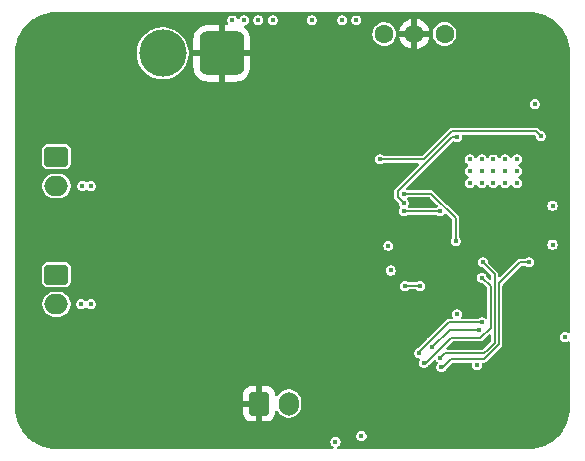
<source format=gbr>
%TF.GenerationSoftware,KiCad,Pcbnew,9.0.6-9.0.6~ubuntu22.04.1*%
%TF.CreationDate,2025-11-05T22:25:10+01:00*%
%TF.ProjectId,FliperKAd,466c6970-6572-44b4-9164-2e6b69636164,rev?*%
%TF.SameCoordinates,Original*%
%TF.FileFunction,Copper,L4,Bot*%
%TF.FilePolarity,Positive*%
%FSLAX46Y46*%
G04 Gerber Fmt 4.6, Leading zero omitted, Abs format (unit mm)*
G04 Created by KiCad (PCBNEW 9.0.6-9.0.6~ubuntu22.04.1) date 2025-11-05 22:25:10*
%MOMM*%
%LPD*%
G01*
G04 APERTURE LIST*
G04 Aperture macros list*
%AMRoundRect*
0 Rectangle with rounded corners*
0 $1 Rounding radius*
0 $2 $3 $4 $5 $6 $7 $8 $9 X,Y pos of 4 corners*
0 Add a 4 corners polygon primitive as box body*
4,1,4,$2,$3,$4,$5,$6,$7,$8,$9,$2,$3,0*
0 Add four circle primitives for the rounded corners*
1,1,$1+$1,$2,$3*
1,1,$1+$1,$4,$5*
1,1,$1+$1,$6,$7*
1,1,$1+$1,$8,$9*
0 Add four rect primitives between the rounded corners*
20,1,$1+$1,$2,$3,$4,$5,0*
20,1,$1+$1,$4,$5,$6,$7,0*
20,1,$1+$1,$6,$7,$8,$9,0*
20,1,$1+$1,$8,$9,$2,$3,0*%
G04 Aperture macros list end*
%TA.AperFunction,ComponentPad*%
%ADD10RoundRect,0.760000X1.140000X1.140000X-1.140000X1.140000X-1.140000X-1.140000X1.140000X-1.140000X0*%
%TD*%
%TA.AperFunction,ComponentPad*%
%ADD11C,4.000000*%
%TD*%
%TA.AperFunction,ComponentPad*%
%ADD12C,0.800000*%
%TD*%
%TA.AperFunction,ComponentPad*%
%ADD13C,6.400000*%
%TD*%
%TA.AperFunction,ComponentPad*%
%ADD14RoundRect,0.250000X-0.750000X0.600000X-0.750000X-0.600000X0.750000X-0.600000X0.750000X0.600000X0*%
%TD*%
%TA.AperFunction,ComponentPad*%
%ADD15O,2.000000X1.700000*%
%TD*%
%TA.AperFunction,ComponentPad*%
%ADD16RoundRect,0.800000X0.000010X0.000010X-0.000010X0.000010X-0.000010X-0.000010X0.000010X-0.000010X0*%
%TD*%
%TA.AperFunction,ComponentPad*%
%ADD17O,1.700000X2.000000*%
%TD*%
%TA.AperFunction,ComponentPad*%
%ADD18RoundRect,0.250000X-0.600000X-0.750000X0.600000X-0.750000X0.600000X0.750000X-0.600000X0.750000X0*%
%TD*%
%TA.AperFunction,ViaPad*%
%ADD19C,0.450000*%
%TD*%
%TA.AperFunction,Conductor*%
%ADD20C,0.200000*%
%TD*%
G04 APERTURE END LIST*
D10*
%TO.P,J2,1,Pin_1*%
%TO.N,GND*%
X34000000Y-20000000D03*
D11*
%TO.P,J2,2,Pin_2*%
%TO.N,+24V*%
X29000000Y-20000000D03*
%TD*%
D12*
%TO.P,H1,1,1*%
%TO.N,GND*%
X17600000Y-20000000D03*
X18302944Y-18302944D03*
X18302944Y-21697056D03*
X20000000Y-17600000D03*
D13*
X20000000Y-20000000D03*
D12*
X20000000Y-22400000D03*
X21697056Y-18302944D03*
X21697056Y-21697056D03*
X22400000Y-20000000D03*
%TD*%
%TO.P,H2,1,1*%
%TO.N,GND*%
X57600000Y-20000000D03*
X58302944Y-18302944D03*
X58302944Y-21697056D03*
X60000000Y-17600000D03*
D13*
X60000000Y-20000000D03*
D12*
X60000000Y-22400000D03*
X61697056Y-18302944D03*
X61697056Y-21697056D03*
X62400000Y-20000000D03*
%TD*%
D14*
%TO.P,J3,1,Pin_1*%
%TO.N,Sortie-Sol\u00E9noideA*%
X20000000Y-28750000D03*
D15*
%TO.P,J3,2,Pin_2*%
%TO.N,+24V*%
X20000000Y-31250000D03*
%TD*%
D12*
%TO.P,H3,1,1*%
%TO.N,GND*%
X57600000Y-50000000D03*
X58302944Y-48302944D03*
X58302944Y-51697056D03*
X60000000Y-47600000D03*
D13*
X60000000Y-50000000D03*
D12*
X60000000Y-52400000D03*
X61697056Y-48302944D03*
X61697056Y-51697056D03*
X62400000Y-50000000D03*
%TD*%
D16*
%TO.P,U3,1,Vin*%
%TO.N,+24V*%
X47755000Y-18380000D03*
%TO.P,U3,2,Gnd*%
%TO.N,GND*%
X50300000Y-18370000D03*
%TO.P,U3,3,Vout*%
%TO.N,/12test*%
X52855000Y-18370000D03*
%TD*%
D12*
%TO.P,H4,1,1*%
%TO.N,GND*%
X17600000Y-50000000D03*
X18302944Y-48302944D03*
X18302944Y-51697056D03*
X20000000Y-47600000D03*
D13*
X20000000Y-50000000D03*
D12*
X20000000Y-52400000D03*
X21697056Y-48302944D03*
X21697056Y-51697056D03*
X22400000Y-50000000D03*
%TD*%
D17*
%TO.P,J1,2,Pin_2*%
%TO.N,Bouton_Actif*%
X39675000Y-49675000D03*
D18*
%TO.P,J1,1,Pin_1*%
%TO.N,GND*%
X37175000Y-49675000D03*
%TD*%
D14*
%TO.P,J4,1,Pin_1*%
%TO.N,Sortie-Sol\u00E9noideB*%
X20000000Y-38750000D03*
D15*
%TO.P,J4,2,Pin_2*%
%TO.N,+24V*%
X20000000Y-41250000D03*
%TD*%
D19*
%TO.N,GND*%
X27300000Y-31800000D03*
X32500000Y-31800000D03*
X29900000Y-32600000D03*
X29900000Y-31000000D03*
X27300000Y-43300000D03*
X32500000Y-43300000D03*
X29900000Y-44100000D03*
X29900000Y-42500000D03*
X45600000Y-51500000D03*
X54700000Y-46600000D03*
%TO.N,+12V*%
X61000000Y-27000000D03*
%TO.N,+24V*%
X58000000Y-30000000D03*
X57000000Y-30000000D03*
X56000000Y-30000000D03*
X55000000Y-30000000D03*
X55000000Y-31000000D03*
X56000000Y-31000000D03*
X57000000Y-31000000D03*
X58000000Y-31000000D03*
X59000000Y-31000000D03*
X59000000Y-30000000D03*
X59000000Y-29000000D03*
X58000000Y-29000000D03*
X57000000Y-29000000D03*
X56000000Y-29000000D03*
X55000000Y-29000000D03*
%TO.N,NRST*%
X56000000Y-39000000D03*
X51122250Y-46200000D03*
%TO.N,USART2_RX*%
X60000000Y-37700000D03*
%TO.N,USART2_TX*%
X52500000Y-45800000D03*
X56100000Y-37700000D03*
%TO.N,USART2_RX*%
X52600000Y-46600000D03*
%TO.N,SYS_SWCLK*%
X56000000Y-42800000D03*
X50725000Y-45400000D03*
%TO.N,SYS_SWDIO*%
X55800000Y-43400000D03*
X51800000Y-44900000D03*
%TO.N,GND*%
X47100000Y-34500000D03*
%TO.N,/Test 3.3*%
X49400000Y-32700000D03*
%TO.N,Net-(U4-FSW)*%
X53800000Y-35900000D03*
X49400000Y-31900000D03*
%TO.N,Net-(U4-FB)*%
X49400000Y-33400000D03*
X52500000Y-33400000D03*
%TO.N,GND*%
X58300000Y-34300000D03*
X55900000Y-34300000D03*
X57100000Y-35500000D03*
X59200000Y-33900000D03*
%TO.N,+24V*%
X60500000Y-24300000D03*
X45400000Y-17225000D03*
X41600000Y-17225000D03*
X44200000Y-17225000D03*
X34900000Y-17225000D03*
X35900000Y-17225000D03*
X37100000Y-17225000D03*
X38300000Y-17225000D03*
%TO.N,GND*%
X46000000Y-20175000D03*
X45000000Y-20175000D03*
X44100000Y-20175000D03*
X36700000Y-20175000D03*
X37700000Y-20175000D03*
X38700000Y-20175000D03*
X41700000Y-20175000D03*
X53225000Y-51600000D03*
%TO.N,Com-SolB*%
X50800000Y-39700000D03*
X49500000Y-39700000D03*
%TO.N,GND*%
X44900000Y-28700000D03*
X44900000Y-41100000D03*
%TO.N,+24V*%
X22200000Y-31250000D03*
X22900000Y-31250000D03*
X22900000Y-41250000D03*
X22100000Y-41250000D03*
%TO.N,GND*%
X47400000Y-53100000D03*
%TO.N,+3.3V*%
X45825000Y-52400000D03*
X43625000Y-52900000D03*
%TO.N,GND*%
X44425000Y-50500000D03*
%TO.N,+3.3V*%
X53925000Y-42100000D03*
X55600000Y-46400000D03*
%TO.N,GND*%
X55200000Y-44800000D03*
%TO.N,+3.3V*%
X62000000Y-36200000D03*
%TO.N,/Test 3.3*%
X62000000Y-32900000D03*
X53900000Y-27100000D03*
%TO.N,+3.3V*%
X63040000Y-44040000D03*
%TO.N,GND*%
X63070000Y-42770000D03*
X63100000Y-41500000D03*
X63100000Y-39000000D03*
%TO.N,+12V*%
X47400000Y-29000000D03*
X48100000Y-36300000D03*
X48300000Y-38400000D03*
%TO.N,GND*%
X55200000Y-38400000D03*
X50900000Y-34100000D03*
X50900000Y-32600000D03*
X49300000Y-29900000D03*
X49200000Y-27100000D03*
%TD*%
D20*
%TO.N,SYS_SWCLK*%
X56000000Y-42800000D02*
X53200000Y-42800000D01*
X53200000Y-42800000D02*
X51601000Y-44399000D01*
X51601000Y-44399000D02*
X51592479Y-44399000D01*
X51592479Y-44399000D02*
X51299000Y-44692479D01*
X51299000Y-44692479D02*
X51299000Y-44701000D01*
X51299000Y-44701000D02*
X50725000Y-45275000D01*
X50725000Y-45275000D02*
X50725000Y-45400000D01*
%TO.N,SYS_SWDIO*%
X53300000Y-43400000D02*
X55800000Y-43400000D01*
X51800000Y-44900000D02*
X53300000Y-43400000D01*
%TO.N,NRST*%
X51122250Y-46200000D02*
X51313748Y-46200000D01*
X51313748Y-46200000D02*
X53413748Y-44100000D01*
X53413748Y-44100000D02*
X55900000Y-44100000D01*
X55900000Y-44100000D02*
X56749000Y-43251000D01*
X56749000Y-43251000D02*
X56749000Y-39749000D01*
X56749000Y-39749000D02*
X56000000Y-39000000D01*
%TO.N,/Test 3.3*%
X48899000Y-31692479D02*
X53491479Y-27100000D01*
%TO.N,+12V*%
X60599000Y-26599000D02*
X61000000Y-27000000D01*
X53496091Y-26599000D02*
X60599000Y-26599000D01*
X51095091Y-29000000D02*
X53496091Y-26599000D01*
X47400000Y-29000000D02*
X51095091Y-29000000D01*
%TO.N,USART2_RX*%
X57451000Y-39500000D02*
X59251000Y-37700000D01*
X56200000Y-45900000D02*
X56900000Y-45200000D01*
X54700000Y-45900000D02*
X56200000Y-45900000D01*
X59251000Y-37700000D02*
X60000000Y-37700000D01*
X56900000Y-45200000D02*
X57451000Y-44649000D01*
X57451000Y-44649000D02*
X57451000Y-39500000D01*
X53700000Y-45900000D02*
X54700000Y-45900000D01*
X52700000Y-46600000D02*
X53400000Y-45900000D01*
X53400000Y-45900000D02*
X53700000Y-45900000D01*
%TO.N,USART2_TX*%
X57100000Y-44500000D02*
X57100000Y-40100000D01*
X56500000Y-45100000D02*
X57100000Y-44500000D01*
X56199000Y-45401000D02*
X56500000Y-45100000D01*
X57100000Y-40100000D02*
X57100000Y-38700000D01*
X52500000Y-45800000D02*
X52899000Y-45401000D01*
X52899000Y-45401000D02*
X56199000Y-45401000D01*
X57100000Y-38700000D02*
X56100000Y-37700000D01*
%TO.N,/Test 3.3*%
X49400000Y-32700000D02*
X48899000Y-32199000D01*
X48899000Y-32199000D02*
X48899000Y-31692479D01*
X53491479Y-27100000D02*
X53900000Y-27100000D01*
%TO.N,Net-(U4-FSW)*%
X53800000Y-33991479D02*
X53800000Y-35900000D01*
X51708521Y-31900000D02*
X53800000Y-33991479D01*
X49400000Y-31900000D02*
X51708521Y-31900000D01*
%TO.N,Net-(U4-FB)*%
X52500000Y-33400000D02*
X49400000Y-33400000D01*
%TO.N,Com-SolB*%
X50800000Y-39700000D02*
X49500000Y-39700000D01*
%TD*%
%TA.AperFunction,Conductor*%
%TO.N,GND*%
G36*
X56718834Y-43808651D02*
G01*
X56774767Y-43850523D01*
X56799184Y-43915987D01*
X56799500Y-43924833D01*
X56799500Y-44324167D01*
X56779815Y-44391206D01*
X56763181Y-44411848D01*
X56110848Y-45064181D01*
X56049525Y-45097666D01*
X56023167Y-45100500D01*
X53137580Y-45100500D01*
X53070541Y-45080815D01*
X53024786Y-45028011D01*
X53014842Y-44958853D01*
X53043867Y-44895297D01*
X53049899Y-44888819D01*
X53250157Y-44688562D01*
X53501900Y-44436819D01*
X53563223Y-44403334D01*
X53589581Y-44400500D01*
X55939560Y-44400500D01*
X55939562Y-44400500D01*
X56015989Y-44380021D01*
X56084511Y-44340460D01*
X56140460Y-44284511D01*
X56587819Y-43837152D01*
X56649142Y-43803667D01*
X56718834Y-43808651D01*
G37*
%TD.AperFunction*%
%TA.AperFunction,Conductor*%
G36*
X51599727Y-32220185D02*
G01*
X51620369Y-32236819D01*
X52254369Y-32870819D01*
X52260582Y-32882198D01*
X52270452Y-32890610D01*
X52277006Y-32912277D01*
X52287854Y-32932142D01*
X52286929Y-32945074D01*
X52290684Y-32957486D01*
X52284484Y-32979255D01*
X52282870Y-33001834D01*
X52275038Y-33012428D01*
X52271548Y-33024684D01*
X52248654Y-33051546D01*
X52241263Y-33058056D01*
X52238737Y-33059515D01*
X52232295Y-33065956D01*
X52229356Y-33068546D01*
X52201106Y-33081727D01*
X52173748Y-33096666D01*
X52169708Y-33096377D01*
X52166040Y-33098089D01*
X52147390Y-33099500D01*
X49875448Y-33099500D01*
X49808409Y-33079815D01*
X49762654Y-33027011D01*
X49752710Y-32957853D01*
X49768061Y-32913500D01*
X49768767Y-32912277D01*
X49796503Y-32864237D01*
X49825500Y-32756018D01*
X49825500Y-32643982D01*
X49796503Y-32535763D01*
X49740485Y-32438737D01*
X49713929Y-32412181D01*
X49680444Y-32350858D01*
X49685428Y-32281166D01*
X49727300Y-32225233D01*
X49792764Y-32200816D01*
X49801610Y-32200500D01*
X51532688Y-32200500D01*
X51599727Y-32220185D01*
G37*
%TD.AperFunction*%
%TA.AperFunction,Conductor*%
G36*
X60003032Y-16500648D02*
G01*
X60336929Y-16517052D01*
X60349037Y-16518245D01*
X60452146Y-16533539D01*
X60676699Y-16566849D01*
X60688617Y-16569219D01*
X61009951Y-16649709D01*
X61021588Y-16653240D01*
X61092806Y-16678722D01*
X61333467Y-16764832D01*
X61344688Y-16769479D01*
X61644163Y-16911120D01*
X61654871Y-16916844D01*
X61938988Y-17087137D01*
X61949103Y-17093895D01*
X62169913Y-17257659D01*
X62215170Y-17291224D01*
X62224576Y-17298944D01*
X62470013Y-17521395D01*
X62478604Y-17529986D01*
X62604499Y-17668890D01*
X62701055Y-17775423D01*
X62708775Y-17784829D01*
X62906102Y-18050893D01*
X62912862Y-18061011D01*
X63081294Y-18342024D01*
X63083148Y-18345116D01*
X63088883Y-18355844D01*
X63228008Y-18650000D01*
X63230514Y-18655297D01*
X63235170Y-18666540D01*
X63346759Y-18978411D01*
X63350292Y-18990055D01*
X63430777Y-19311369D01*
X63433151Y-19323305D01*
X63481754Y-19650962D01*
X63482947Y-19663071D01*
X63499351Y-19996966D01*
X63499500Y-20003051D01*
X63499500Y-43600180D01*
X63479815Y-43667219D01*
X63427011Y-43712974D01*
X63357853Y-43722918D01*
X63309012Y-43702348D01*
X63308302Y-43703579D01*
X63204239Y-43643498D01*
X63204238Y-43643497D01*
X63204237Y-43643497D01*
X63096018Y-43614500D01*
X62983982Y-43614500D01*
X62875763Y-43643497D01*
X62875760Y-43643498D01*
X62778740Y-43699513D01*
X62778734Y-43699517D01*
X62699517Y-43778734D01*
X62699513Y-43778740D01*
X62643498Y-43875760D01*
X62643497Y-43875763D01*
X62614500Y-43983982D01*
X62614500Y-44096018D01*
X62643497Y-44204237D01*
X62699515Y-44301263D01*
X62778737Y-44380485D01*
X62875763Y-44436503D01*
X62983982Y-44465500D01*
X62983984Y-44465500D01*
X63096016Y-44465500D01*
X63096018Y-44465500D01*
X63204237Y-44436503D01*
X63301263Y-44380485D01*
X63301263Y-44380484D01*
X63308302Y-44376421D01*
X63309160Y-44377908D01*
X63365176Y-44356250D01*
X63433622Y-44370284D01*
X63483614Y-44419096D01*
X63499500Y-44479819D01*
X63499500Y-49996948D01*
X63499351Y-50003033D01*
X63482947Y-50336928D01*
X63481754Y-50349037D01*
X63433151Y-50676694D01*
X63430777Y-50688630D01*
X63350292Y-51009944D01*
X63346759Y-51021588D01*
X63235170Y-51333459D01*
X63230514Y-51344702D01*
X63088885Y-51644151D01*
X63083148Y-51654883D01*
X62912862Y-51938988D01*
X62906102Y-51949106D01*
X62708775Y-52215170D01*
X62701055Y-52224576D01*
X62478611Y-52470006D01*
X62470006Y-52478611D01*
X62224576Y-52701055D01*
X62215170Y-52708775D01*
X61949106Y-52906102D01*
X61938988Y-52912862D01*
X61654883Y-53083148D01*
X61644151Y-53088885D01*
X61344702Y-53230514D01*
X61333459Y-53235170D01*
X61021588Y-53346759D01*
X61009944Y-53350292D01*
X60688630Y-53430777D01*
X60676694Y-53433151D01*
X60349037Y-53481754D01*
X60336928Y-53482947D01*
X60021989Y-53498419D01*
X60003031Y-53499351D01*
X59996949Y-53499500D01*
X43900410Y-53499500D01*
X43833371Y-53479815D01*
X43787616Y-53427011D01*
X43777672Y-53357853D01*
X43806697Y-53294297D01*
X43838410Y-53268113D01*
X43840212Y-53267072D01*
X43886263Y-53240485D01*
X43965485Y-53161263D01*
X44021503Y-53064237D01*
X44050500Y-52956018D01*
X44050500Y-52843982D01*
X44021503Y-52735763D01*
X43965485Y-52638737D01*
X43886263Y-52559515D01*
X43789237Y-52503497D01*
X43681018Y-52474500D01*
X43568982Y-52474500D01*
X43460763Y-52503497D01*
X43460760Y-52503498D01*
X43363740Y-52559513D01*
X43363734Y-52559517D01*
X43284517Y-52638734D01*
X43284513Y-52638740D01*
X43228498Y-52735760D01*
X43228497Y-52735763D01*
X43199500Y-52843982D01*
X43199500Y-52956018D01*
X43222912Y-53043391D01*
X43228497Y-53064236D01*
X43228498Y-53064239D01*
X43247169Y-53096579D01*
X43284515Y-53161263D01*
X43363737Y-53240485D01*
X43408458Y-53266304D01*
X43411590Y-53268113D01*
X43459806Y-53318680D01*
X43473029Y-53387287D01*
X43447060Y-53452152D01*
X43390146Y-53492680D01*
X43349590Y-53499500D01*
X20003051Y-53499500D01*
X19996968Y-53499351D01*
X19976900Y-53498365D01*
X19663071Y-53482947D01*
X19650962Y-53481754D01*
X19323305Y-53433151D01*
X19311369Y-53430777D01*
X18990055Y-53350292D01*
X18978411Y-53346759D01*
X18666540Y-53235170D01*
X18655301Y-53230515D01*
X18355844Y-53088883D01*
X18345121Y-53083150D01*
X18061011Y-52912862D01*
X18050893Y-52906102D01*
X17784829Y-52708775D01*
X17775423Y-52701055D01*
X17706669Y-52638740D01*
X17529986Y-52478604D01*
X17521395Y-52470013D01*
X17407167Y-52343982D01*
X45399500Y-52343982D01*
X45399500Y-52456018D01*
X45428497Y-52564237D01*
X45484515Y-52661263D01*
X45563737Y-52740485D01*
X45660763Y-52796503D01*
X45768982Y-52825500D01*
X45768984Y-52825500D01*
X45881016Y-52825500D01*
X45881018Y-52825500D01*
X45989237Y-52796503D01*
X46086263Y-52740485D01*
X46165485Y-52661263D01*
X46221503Y-52564237D01*
X46250500Y-52456018D01*
X46250500Y-52343982D01*
X46221503Y-52235763D01*
X46165485Y-52138737D01*
X46086263Y-52059515D01*
X45989237Y-52003497D01*
X45881018Y-51974500D01*
X45768982Y-51974500D01*
X45660763Y-52003497D01*
X45660760Y-52003498D01*
X45563740Y-52059513D01*
X45563734Y-52059517D01*
X45484517Y-52138734D01*
X45484513Y-52138740D01*
X45428498Y-52235760D01*
X45428497Y-52235763D01*
X45399500Y-52343982D01*
X17407167Y-52343982D01*
X17298944Y-52224576D01*
X17291224Y-52215170D01*
X17093897Y-51949106D01*
X17087137Y-51938988D01*
X16916844Y-51654871D01*
X16911120Y-51644163D01*
X16769479Y-51344688D01*
X16764829Y-51333459D01*
X16653240Y-51021588D01*
X16649707Y-51009944D01*
X16640958Y-50975015D01*
X16569219Y-50688617D01*
X16566848Y-50676694D01*
X16518245Y-50349037D01*
X16517052Y-50336927D01*
X16517030Y-50336488D01*
X16500649Y-50003032D01*
X16500500Y-49996948D01*
X16500500Y-48875013D01*
X35825000Y-48875013D01*
X35825000Y-49425000D01*
X36741988Y-49425000D01*
X36709075Y-49482007D01*
X36675000Y-49609174D01*
X36675000Y-49740826D01*
X36709075Y-49867993D01*
X36741988Y-49925000D01*
X35825001Y-49925000D01*
X35825001Y-50474986D01*
X35835494Y-50577697D01*
X35890641Y-50744119D01*
X35890643Y-50744124D01*
X35982684Y-50893345D01*
X36106654Y-51017315D01*
X36255875Y-51109356D01*
X36255880Y-51109358D01*
X36422302Y-51164505D01*
X36422309Y-51164506D01*
X36525019Y-51174999D01*
X36924999Y-51174999D01*
X36925000Y-51174998D01*
X36925000Y-50108012D01*
X36982007Y-50140925D01*
X37109174Y-50175000D01*
X37240826Y-50175000D01*
X37367993Y-50140925D01*
X37425000Y-50108012D01*
X37425000Y-51174999D01*
X37824972Y-51174999D01*
X37824986Y-51174998D01*
X37927697Y-51164505D01*
X38094119Y-51109358D01*
X38094124Y-51109356D01*
X38243345Y-51017315D01*
X38367315Y-50893345D01*
X38459356Y-50744124D01*
X38459358Y-50744119D01*
X38514505Y-50577697D01*
X38514506Y-50577690D01*
X38524999Y-50474986D01*
X38524999Y-50403528D01*
X38544683Y-50336488D01*
X38597486Y-50290732D01*
X38666644Y-50280788D01*
X38730200Y-50309812D01*
X38752101Y-50334635D01*
X38859022Y-50494655D01*
X39005342Y-50640975D01*
X39005345Y-50640977D01*
X39177402Y-50755941D01*
X39368580Y-50835130D01*
X39571530Y-50875499D01*
X39571534Y-50875500D01*
X39571535Y-50875500D01*
X39778466Y-50875500D01*
X39778467Y-50875499D01*
X39981420Y-50835130D01*
X40172598Y-50755941D01*
X40344655Y-50640977D01*
X40490977Y-50494655D01*
X40605941Y-50322598D01*
X40685130Y-50131420D01*
X40725500Y-49928465D01*
X40725500Y-49421535D01*
X40685130Y-49218580D01*
X40605941Y-49027402D01*
X40490977Y-48855345D01*
X40490975Y-48855342D01*
X40344657Y-48709024D01*
X40258626Y-48651541D01*
X40172598Y-48594059D01*
X39981420Y-48514870D01*
X39981412Y-48514868D01*
X39778469Y-48474500D01*
X39778465Y-48474500D01*
X39571535Y-48474500D01*
X39571530Y-48474500D01*
X39368587Y-48514868D01*
X39368579Y-48514870D01*
X39177403Y-48594058D01*
X39005342Y-48709024D01*
X38859024Y-48855342D01*
X38752102Y-49015365D01*
X38698489Y-49060171D01*
X38629165Y-49068878D01*
X38566137Y-49038724D01*
X38529417Y-48979281D01*
X38524999Y-48946475D01*
X38524999Y-48875028D01*
X38524998Y-48875012D01*
X38514505Y-48772302D01*
X38459358Y-48605880D01*
X38459356Y-48605875D01*
X38367315Y-48456654D01*
X38243345Y-48332684D01*
X38094124Y-48240643D01*
X38094119Y-48240641D01*
X37927697Y-48185494D01*
X37927690Y-48185493D01*
X37824986Y-48175000D01*
X37425000Y-48175000D01*
X37425000Y-49241988D01*
X37367993Y-49209075D01*
X37240826Y-49175000D01*
X37109174Y-49175000D01*
X36982007Y-49209075D01*
X36925000Y-49241988D01*
X36925000Y-48175000D01*
X36525028Y-48175000D01*
X36525012Y-48175001D01*
X36422302Y-48185494D01*
X36255880Y-48240641D01*
X36255875Y-48240643D01*
X36106654Y-48332684D01*
X35982684Y-48456654D01*
X35890643Y-48605875D01*
X35890641Y-48605880D01*
X35835494Y-48772302D01*
X35835493Y-48772309D01*
X35825000Y-48875013D01*
X16500500Y-48875013D01*
X16500500Y-45343982D01*
X50299500Y-45343982D01*
X50299500Y-45456018D01*
X50328497Y-45564237D01*
X50384515Y-45661263D01*
X50463737Y-45740485D01*
X50560763Y-45796503D01*
X50667181Y-45825017D01*
X50726839Y-45861381D01*
X50757369Y-45924227D01*
X50749075Y-45993603D01*
X50742474Y-46006789D01*
X50725749Y-46035758D01*
X50725747Y-46035763D01*
X50696750Y-46143982D01*
X50696750Y-46256018D01*
X50725747Y-46364237D01*
X50781765Y-46461263D01*
X50860987Y-46540485D01*
X50958013Y-46596503D01*
X51066232Y-46625500D01*
X51066234Y-46625500D01*
X51178266Y-46625500D01*
X51178268Y-46625500D01*
X51286487Y-46596503D01*
X51383513Y-46540485D01*
X51451891Y-46472106D01*
X51477563Y-46452408D01*
X51498259Y-46440460D01*
X51554208Y-46384511D01*
X51942007Y-45996710D01*
X52003328Y-45963227D01*
X52073019Y-45968211D01*
X52122024Y-46001630D01*
X52130628Y-46011229D01*
X52159515Y-46061263D01*
X52238737Y-46140485D01*
X52254782Y-46149748D01*
X52267985Y-46164479D01*
X52274852Y-46178872D01*
X52285858Y-46190413D01*
X52289587Y-46209757D01*
X52298072Y-46227540D01*
X52296067Y-46243362D01*
X52299086Y-46259019D01*
X52291765Y-46277309D01*
X52289289Y-46296855D01*
X52279049Y-46309079D01*
X52273124Y-46323886D01*
X52263333Y-46334919D01*
X52259516Y-46338735D01*
X52259513Y-46338740D01*
X52203498Y-46435760D01*
X52203497Y-46435763D01*
X52174500Y-46543982D01*
X52174500Y-46656018D01*
X52203497Y-46764237D01*
X52259515Y-46861263D01*
X52338737Y-46940485D01*
X52435763Y-46996503D01*
X52543982Y-47025500D01*
X52543984Y-47025500D01*
X52656016Y-47025500D01*
X52656018Y-47025500D01*
X52764237Y-46996503D01*
X52861263Y-46940485D01*
X52940485Y-46861263D01*
X52996503Y-46764237D01*
X53000995Y-46747470D01*
X53033088Y-46691881D01*
X53488152Y-46236819D01*
X53549475Y-46203334D01*
X53575833Y-46200500D01*
X53660438Y-46200500D01*
X54660438Y-46200500D01*
X55051995Y-46200500D01*
X55119034Y-46220185D01*
X55164789Y-46272989D01*
X55174210Y-46335855D01*
X55174500Y-46335855D01*
X55174500Y-46337789D01*
X55174934Y-46340686D01*
X55174500Y-46343982D01*
X55174500Y-46456018D01*
X55203497Y-46564237D01*
X55259515Y-46661263D01*
X55338737Y-46740485D01*
X55435763Y-46796503D01*
X55543982Y-46825500D01*
X55543984Y-46825500D01*
X55656016Y-46825500D01*
X55656018Y-46825500D01*
X55764237Y-46796503D01*
X55861263Y-46740485D01*
X55940485Y-46661263D01*
X55996503Y-46564237D01*
X56025500Y-46456018D01*
X56025500Y-46343982D01*
X56025066Y-46340686D01*
X56025500Y-46337902D01*
X56025500Y-46335855D01*
X56025819Y-46335855D01*
X56035831Y-46271651D01*
X56082211Y-46219395D01*
X56148005Y-46200500D01*
X56239560Y-46200500D01*
X56239562Y-46200500D01*
X56315989Y-46180021D01*
X56384511Y-46140460D01*
X56440460Y-46084511D01*
X57140460Y-45384511D01*
X57691460Y-44833511D01*
X57731022Y-44764988D01*
X57751500Y-44688562D01*
X57751500Y-44609438D01*
X57751500Y-39675833D01*
X57771185Y-39608794D01*
X57787819Y-39588152D01*
X59339152Y-38036819D01*
X59366079Y-38022115D01*
X59391898Y-38005523D01*
X59398098Y-38004631D01*
X59400475Y-38003334D01*
X59426833Y-38000500D01*
X59647390Y-38000500D01*
X59714429Y-38020185D01*
X59735071Y-38036819D01*
X59738737Y-38040485D01*
X59835763Y-38096503D01*
X59943982Y-38125500D01*
X59943984Y-38125500D01*
X60056016Y-38125500D01*
X60056018Y-38125500D01*
X60164237Y-38096503D01*
X60261263Y-38040485D01*
X60340485Y-37961263D01*
X60396503Y-37864237D01*
X60425500Y-37756018D01*
X60425500Y-37643982D01*
X60396503Y-37535763D01*
X60340485Y-37438737D01*
X60261263Y-37359515D01*
X60164237Y-37303497D01*
X60056018Y-37274500D01*
X59943982Y-37274500D01*
X59835763Y-37303497D01*
X59835760Y-37303498D01*
X59738740Y-37359513D01*
X59738734Y-37359517D01*
X59735071Y-37363181D01*
X59673748Y-37396666D01*
X59647390Y-37399500D01*
X59211438Y-37399500D01*
X59160486Y-37413152D01*
X59135010Y-37419979D01*
X59075934Y-37454087D01*
X59075933Y-37454086D01*
X59066492Y-37459537D01*
X59066487Y-37459541D01*
X57612181Y-38913848D01*
X57550858Y-38947333D01*
X57481166Y-38942349D01*
X57425233Y-38900477D01*
X57400816Y-38835013D01*
X57400500Y-38826167D01*
X57400500Y-38660440D01*
X57400499Y-38660436D01*
X57400252Y-38659515D01*
X57391485Y-38626793D01*
X57380022Y-38584012D01*
X57340460Y-38515489D01*
X56561819Y-37736848D01*
X56528334Y-37675525D01*
X56525500Y-37649167D01*
X56525500Y-37643984D01*
X56525500Y-37643982D01*
X56496503Y-37535763D01*
X56440485Y-37438737D01*
X56361263Y-37359515D01*
X56264237Y-37303497D01*
X56156018Y-37274500D01*
X56043982Y-37274500D01*
X55935763Y-37303497D01*
X55935760Y-37303498D01*
X55838740Y-37359513D01*
X55838734Y-37359517D01*
X55759517Y-37438734D01*
X55759513Y-37438740D01*
X55703498Y-37535760D01*
X55703497Y-37535763D01*
X55674500Y-37643982D01*
X55674500Y-37756018D01*
X55703497Y-37864237D01*
X55759515Y-37961263D01*
X55838737Y-38040485D01*
X55935763Y-38096503D01*
X56043982Y-38125500D01*
X56049167Y-38125500D01*
X56116206Y-38145185D01*
X56136848Y-38161819D01*
X56763181Y-38788152D01*
X56796666Y-38849475D01*
X56799500Y-38875833D01*
X56799500Y-39075167D01*
X56793261Y-39096412D01*
X56791682Y-39118501D01*
X56783609Y-39129284D01*
X56779815Y-39142206D01*
X56763081Y-39156705D01*
X56749810Y-39174434D01*
X56737189Y-39179141D01*
X56727011Y-39187961D01*
X56705093Y-39191112D01*
X56684346Y-39198851D01*
X56671185Y-39195988D01*
X56657853Y-39197905D01*
X56637709Y-39188705D01*
X56616073Y-39183999D01*
X56598347Y-39170730D01*
X56594297Y-39168880D01*
X56587819Y-39162848D01*
X56461819Y-39036848D01*
X56428334Y-38975525D01*
X56425500Y-38949167D01*
X56425500Y-38943984D01*
X56425500Y-38943982D01*
X56396503Y-38835763D01*
X56340485Y-38738737D01*
X56261263Y-38659515D01*
X56164237Y-38603497D01*
X56056018Y-38574500D01*
X55943982Y-38574500D01*
X55835763Y-38603497D01*
X55835760Y-38603498D01*
X55738740Y-38659513D01*
X55738734Y-38659517D01*
X55659517Y-38738734D01*
X55659513Y-38738740D01*
X55603498Y-38835760D01*
X55603497Y-38835763D01*
X55574500Y-38943982D01*
X55574500Y-39056018D01*
X55603497Y-39164237D01*
X55659515Y-39261263D01*
X55738737Y-39340485D01*
X55835763Y-39396503D01*
X55943982Y-39425500D01*
X55949167Y-39425500D01*
X56016206Y-39445185D01*
X56036848Y-39461819D01*
X56412181Y-39837152D01*
X56445666Y-39898475D01*
X56448500Y-39924833D01*
X56448500Y-42352842D01*
X56428815Y-42419881D01*
X56376011Y-42465636D01*
X56306853Y-42475580D01*
X56262500Y-42460229D01*
X56164239Y-42403498D01*
X56164238Y-42403497D01*
X56164237Y-42403497D01*
X56056018Y-42374500D01*
X55943982Y-42374500D01*
X55835763Y-42403497D01*
X55835760Y-42403498D01*
X55738740Y-42459513D01*
X55738734Y-42459517D01*
X55735071Y-42463181D01*
X55673748Y-42496666D01*
X55647390Y-42499500D01*
X54400448Y-42499500D01*
X54333409Y-42479815D01*
X54287654Y-42427011D01*
X54277710Y-42357853D01*
X54293061Y-42313500D01*
X54293485Y-42312765D01*
X54321503Y-42264237D01*
X54350500Y-42156018D01*
X54350500Y-42043982D01*
X54321503Y-41935763D01*
X54265485Y-41838737D01*
X54186263Y-41759515D01*
X54089237Y-41703497D01*
X53981018Y-41674500D01*
X53868982Y-41674500D01*
X53760763Y-41703497D01*
X53760760Y-41703498D01*
X53663740Y-41759513D01*
X53663734Y-41759517D01*
X53584517Y-41838734D01*
X53584513Y-41838740D01*
X53528498Y-41935760D01*
X53528497Y-41935763D01*
X53499500Y-42043982D01*
X53499500Y-42156018D01*
X53527397Y-42260129D01*
X53528497Y-42264236D01*
X53528498Y-42264239D01*
X53556939Y-42313500D01*
X53573412Y-42381400D01*
X53550559Y-42447427D01*
X53495638Y-42490618D01*
X53449552Y-42499500D01*
X53160438Y-42499500D01*
X53109486Y-42513152D01*
X53084010Y-42519979D01*
X53024934Y-42554087D01*
X53024933Y-42554086D01*
X53015492Y-42559537D01*
X53015487Y-42559541D01*
X51439670Y-44135357D01*
X51413997Y-44155059D01*
X51407964Y-44158542D01*
X51116730Y-44449777D01*
X51116720Y-44449787D01*
X51114489Y-44452019D01*
X51058540Y-44507968D01*
X51048505Y-44525346D01*
X51039716Y-44535083D01*
X51038129Y-44536057D01*
X51035357Y-44539670D01*
X50596585Y-44978442D01*
X50567069Y-44998167D01*
X50567801Y-44999434D01*
X50560764Y-45003496D01*
X50560763Y-45003497D01*
X50518304Y-45028011D01*
X50463740Y-45059513D01*
X50463734Y-45059517D01*
X50384517Y-45138734D01*
X50384513Y-45138740D01*
X50328498Y-45235760D01*
X50328497Y-45235763D01*
X50299500Y-45343982D01*
X16500500Y-45343982D01*
X16500500Y-41146530D01*
X18799500Y-41146530D01*
X18799500Y-41353469D01*
X18830888Y-41511265D01*
X18839870Y-41556420D01*
X18919059Y-41747598D01*
X18927022Y-41759515D01*
X19034024Y-41919657D01*
X19180342Y-42065975D01*
X19180345Y-42065977D01*
X19352402Y-42180941D01*
X19543580Y-42260130D01*
X19746530Y-42300499D01*
X19746534Y-42300500D01*
X19746535Y-42300500D01*
X20253466Y-42300500D01*
X20253467Y-42300499D01*
X20456420Y-42260130D01*
X20647598Y-42180941D01*
X20819655Y-42065977D01*
X20965977Y-41919655D01*
X21080941Y-41747598D01*
X21160130Y-41556420D01*
X21200500Y-41353465D01*
X21200500Y-41193982D01*
X21674500Y-41193982D01*
X21674500Y-41306018D01*
X21703497Y-41414237D01*
X21759515Y-41511263D01*
X21838737Y-41590485D01*
X21935763Y-41646503D01*
X22043982Y-41675500D01*
X22043984Y-41675500D01*
X22156016Y-41675500D01*
X22156018Y-41675500D01*
X22264237Y-41646503D01*
X22361263Y-41590485D01*
X22412319Y-41539429D01*
X22473642Y-41505944D01*
X22543334Y-41510928D01*
X22587681Y-41539429D01*
X22638737Y-41590485D01*
X22735763Y-41646503D01*
X22843982Y-41675500D01*
X22843984Y-41675500D01*
X22956016Y-41675500D01*
X22956018Y-41675500D01*
X23064237Y-41646503D01*
X23161263Y-41590485D01*
X23240485Y-41511263D01*
X23296503Y-41414237D01*
X23325500Y-41306018D01*
X23325500Y-41193982D01*
X23296503Y-41085763D01*
X23240485Y-40988737D01*
X23161263Y-40909515D01*
X23064237Y-40853497D01*
X22956018Y-40824500D01*
X22843982Y-40824500D01*
X22735763Y-40853497D01*
X22735760Y-40853498D01*
X22638740Y-40909513D01*
X22638734Y-40909517D01*
X22587681Y-40960571D01*
X22526358Y-40994056D01*
X22456666Y-40989072D01*
X22412319Y-40960571D01*
X22361265Y-40909517D01*
X22361263Y-40909515D01*
X22264237Y-40853497D01*
X22156018Y-40824500D01*
X22043982Y-40824500D01*
X21935763Y-40853497D01*
X21935760Y-40853498D01*
X21838740Y-40909513D01*
X21838734Y-40909517D01*
X21759517Y-40988734D01*
X21759513Y-40988740D01*
X21703498Y-41085760D01*
X21703497Y-41085763D01*
X21674500Y-41193982D01*
X21200500Y-41193982D01*
X21200500Y-41146535D01*
X21160130Y-40943580D01*
X21080941Y-40752402D01*
X20965977Y-40580345D01*
X20965975Y-40580342D01*
X20819657Y-40434024D01*
X20733626Y-40376541D01*
X20647598Y-40319059D01*
X20456420Y-40239870D01*
X20456412Y-40239868D01*
X20253469Y-40199500D01*
X20253465Y-40199500D01*
X19746535Y-40199500D01*
X19746530Y-40199500D01*
X19543587Y-40239868D01*
X19543579Y-40239870D01*
X19352403Y-40319058D01*
X19180342Y-40434024D01*
X19034024Y-40580342D01*
X18919058Y-40752403D01*
X18839870Y-40943579D01*
X18839868Y-40943587D01*
X18799500Y-41146530D01*
X16500500Y-41146530D01*
X16500500Y-38095730D01*
X18799500Y-38095730D01*
X18799500Y-39404269D01*
X18802353Y-39434699D01*
X18802353Y-39434701D01*
X18847206Y-39562880D01*
X18847207Y-39562882D01*
X18927850Y-39672150D01*
X19037118Y-39752793D01*
X19046332Y-39756017D01*
X19165299Y-39797646D01*
X19195730Y-39800500D01*
X19195734Y-39800500D01*
X20804270Y-39800500D01*
X20834699Y-39797646D01*
X20834701Y-39797646D01*
X20898790Y-39775219D01*
X20962882Y-39752793D01*
X21072150Y-39672150D01*
X21092939Y-39643982D01*
X49074500Y-39643982D01*
X49074500Y-39756018D01*
X49103497Y-39864237D01*
X49159515Y-39961263D01*
X49238737Y-40040485D01*
X49335763Y-40096503D01*
X49443982Y-40125500D01*
X49443984Y-40125500D01*
X49556016Y-40125500D01*
X49556018Y-40125500D01*
X49664237Y-40096503D01*
X49761263Y-40040485D01*
X49764929Y-40036819D01*
X49826252Y-40003334D01*
X49852610Y-40000500D01*
X50447390Y-40000500D01*
X50514429Y-40020185D01*
X50535071Y-40036819D01*
X50538737Y-40040485D01*
X50635763Y-40096503D01*
X50743982Y-40125500D01*
X50743984Y-40125500D01*
X50856016Y-40125500D01*
X50856018Y-40125500D01*
X50964237Y-40096503D01*
X51061263Y-40040485D01*
X51140485Y-39961263D01*
X51196503Y-39864237D01*
X51225500Y-39756018D01*
X51225500Y-39643982D01*
X51196503Y-39535763D01*
X51140485Y-39438737D01*
X51061263Y-39359515D01*
X50964237Y-39303497D01*
X50856018Y-39274500D01*
X50743982Y-39274500D01*
X50635763Y-39303497D01*
X50635760Y-39303498D01*
X50538740Y-39359513D01*
X50538734Y-39359517D01*
X50535071Y-39363181D01*
X50473748Y-39396666D01*
X50447390Y-39399500D01*
X49852610Y-39399500D01*
X49785571Y-39379815D01*
X49764929Y-39363181D01*
X49761265Y-39359517D01*
X49761263Y-39359515D01*
X49664237Y-39303497D01*
X49556018Y-39274500D01*
X49443982Y-39274500D01*
X49335763Y-39303497D01*
X49335760Y-39303498D01*
X49238740Y-39359513D01*
X49238734Y-39359517D01*
X49159517Y-39438734D01*
X49159513Y-39438740D01*
X49103498Y-39535760D01*
X49103497Y-39535763D01*
X49074500Y-39643982D01*
X21092939Y-39643982D01*
X21152793Y-39562882D01*
X21175219Y-39498790D01*
X21197646Y-39434701D01*
X21197646Y-39434699D01*
X21200500Y-39404269D01*
X21200500Y-38343982D01*
X47874500Y-38343982D01*
X47874500Y-38456018D01*
X47903497Y-38564237D01*
X47959515Y-38661263D01*
X48038737Y-38740485D01*
X48135763Y-38796503D01*
X48243982Y-38825500D01*
X48243984Y-38825500D01*
X48356016Y-38825500D01*
X48356018Y-38825500D01*
X48464237Y-38796503D01*
X48561263Y-38740485D01*
X48640485Y-38661263D01*
X48696503Y-38564237D01*
X48725500Y-38456018D01*
X48725500Y-38343982D01*
X48696503Y-38235763D01*
X48640485Y-38138737D01*
X48561263Y-38059515D01*
X48464237Y-38003497D01*
X48356018Y-37974500D01*
X48243982Y-37974500D01*
X48135763Y-38003497D01*
X48135760Y-38003498D01*
X48038740Y-38059513D01*
X48038734Y-38059517D01*
X47959517Y-38138734D01*
X47959513Y-38138740D01*
X47903498Y-38235760D01*
X47903497Y-38235763D01*
X47874500Y-38343982D01*
X21200500Y-38343982D01*
X21200500Y-38095730D01*
X21197646Y-38065300D01*
X21197646Y-38065298D01*
X21152793Y-37937119D01*
X21152792Y-37937117D01*
X21072150Y-37827850D01*
X20962882Y-37747207D01*
X20962880Y-37747206D01*
X20834700Y-37702353D01*
X20804270Y-37699500D01*
X20804266Y-37699500D01*
X19195734Y-37699500D01*
X19195730Y-37699500D01*
X19165300Y-37702353D01*
X19165298Y-37702353D01*
X19037119Y-37747206D01*
X19037117Y-37747207D01*
X18927850Y-37827850D01*
X18847207Y-37937117D01*
X18847206Y-37937119D01*
X18802353Y-38065298D01*
X18802353Y-38065300D01*
X18799500Y-38095730D01*
X16500500Y-38095730D01*
X16500500Y-36243982D01*
X47674500Y-36243982D01*
X47674500Y-36356018D01*
X47703497Y-36464237D01*
X47759515Y-36561263D01*
X47838737Y-36640485D01*
X47935763Y-36696503D01*
X48043982Y-36725500D01*
X48043984Y-36725500D01*
X48156016Y-36725500D01*
X48156018Y-36725500D01*
X48264237Y-36696503D01*
X48361263Y-36640485D01*
X48440485Y-36561263D01*
X48496503Y-36464237D01*
X48525500Y-36356018D01*
X48525500Y-36243982D01*
X48496503Y-36135763D01*
X48440485Y-36038737D01*
X48361263Y-35959515D01*
X48264237Y-35903497D01*
X48156018Y-35874500D01*
X48043982Y-35874500D01*
X47935763Y-35903497D01*
X47935760Y-35903498D01*
X47838740Y-35959513D01*
X47838734Y-35959517D01*
X47759517Y-36038734D01*
X47759513Y-36038740D01*
X47703498Y-36135760D01*
X47703497Y-36135763D01*
X47674500Y-36243982D01*
X16500500Y-36243982D01*
X16500500Y-31146530D01*
X18799500Y-31146530D01*
X18799500Y-31353469D01*
X18839868Y-31556412D01*
X18839870Y-31556420D01*
X18919058Y-31747596D01*
X19034024Y-31919657D01*
X19180342Y-32065975D01*
X19180345Y-32065977D01*
X19352402Y-32180941D01*
X19543580Y-32260130D01*
X19726441Y-32296503D01*
X19746530Y-32300499D01*
X19746534Y-32300500D01*
X19746535Y-32300500D01*
X20253466Y-32300500D01*
X20253467Y-32300499D01*
X20456420Y-32260130D01*
X20647598Y-32180941D01*
X20819655Y-32065977D01*
X20965977Y-31919655D01*
X21080941Y-31747598D01*
X21160130Y-31556420D01*
X21200500Y-31353465D01*
X21200500Y-31193982D01*
X21774500Y-31193982D01*
X21774500Y-31306018D01*
X21803497Y-31414237D01*
X21859515Y-31511263D01*
X21938737Y-31590485D01*
X22035763Y-31646503D01*
X22143982Y-31675500D01*
X22143984Y-31675500D01*
X22256016Y-31675500D01*
X22256018Y-31675500D01*
X22364237Y-31646503D01*
X22461263Y-31590485D01*
X22462319Y-31589429D01*
X22463426Y-31588824D01*
X22467709Y-31585538D01*
X22468221Y-31586205D01*
X22523642Y-31555944D01*
X22593334Y-31560928D01*
X22632071Y-31585823D01*
X22632291Y-31585538D01*
X22635715Y-31588165D01*
X22637681Y-31589429D01*
X22638737Y-31590485D01*
X22735763Y-31646503D01*
X22843982Y-31675500D01*
X22843984Y-31675500D01*
X22956016Y-31675500D01*
X22956018Y-31675500D01*
X23064237Y-31646503D01*
X23161263Y-31590485D01*
X23240485Y-31511263D01*
X23296503Y-31414237D01*
X23325500Y-31306018D01*
X23325500Y-31193982D01*
X23296503Y-31085763D01*
X23240485Y-30988737D01*
X23161263Y-30909515D01*
X23064237Y-30853497D01*
X22956018Y-30824500D01*
X22843982Y-30824500D01*
X22735763Y-30853497D01*
X22735760Y-30853498D01*
X22638740Y-30909513D01*
X22638734Y-30909517D01*
X22637675Y-30910577D01*
X22636562Y-30911184D01*
X22632291Y-30914462D01*
X22631779Y-30913795D01*
X22576349Y-30944057D01*
X22506658Y-30939068D01*
X22467927Y-30914177D01*
X22467709Y-30914462D01*
X22464301Y-30911847D01*
X22462325Y-30910577D01*
X22461265Y-30909517D01*
X22461263Y-30909515D01*
X22364237Y-30853497D01*
X22256018Y-30824500D01*
X22143982Y-30824500D01*
X22035763Y-30853497D01*
X22035760Y-30853498D01*
X21938740Y-30909513D01*
X21938734Y-30909517D01*
X21859517Y-30988734D01*
X21859513Y-30988740D01*
X21803498Y-31085760D01*
X21803497Y-31085763D01*
X21774500Y-31193982D01*
X21200500Y-31193982D01*
X21200500Y-31146535D01*
X21160130Y-30943580D01*
X21080941Y-30752402D01*
X20965977Y-30580345D01*
X20965975Y-30580342D01*
X20819657Y-30434024D01*
X20679666Y-30340486D01*
X20647598Y-30319059D01*
X20456420Y-30239870D01*
X20456412Y-30239868D01*
X20253469Y-30199500D01*
X20253465Y-30199500D01*
X19746535Y-30199500D01*
X19746530Y-30199500D01*
X19543587Y-30239868D01*
X19543579Y-30239870D01*
X19352403Y-30319058D01*
X19180342Y-30434024D01*
X19034024Y-30580342D01*
X18919058Y-30752403D01*
X18839870Y-30943579D01*
X18839868Y-30943587D01*
X18799500Y-31146530D01*
X16500500Y-31146530D01*
X16500500Y-28095730D01*
X18799500Y-28095730D01*
X18799500Y-29404269D01*
X18802353Y-29434699D01*
X18802353Y-29434701D01*
X18847206Y-29562880D01*
X18847207Y-29562882D01*
X18927850Y-29672150D01*
X19037118Y-29752793D01*
X19079845Y-29767744D01*
X19165299Y-29797646D01*
X19195730Y-29800500D01*
X19195734Y-29800500D01*
X20804270Y-29800500D01*
X20834699Y-29797646D01*
X20834701Y-29797646D01*
X20898790Y-29775219D01*
X20962882Y-29752793D01*
X21072150Y-29672150D01*
X21152793Y-29562882D01*
X21178921Y-29488213D01*
X21197646Y-29434701D01*
X21197646Y-29434699D01*
X21200500Y-29404269D01*
X21200500Y-28943982D01*
X46974500Y-28943982D01*
X46974500Y-29056017D01*
X47003497Y-29164236D01*
X47003498Y-29164239D01*
X47022169Y-29196579D01*
X47059515Y-29261263D01*
X47138737Y-29340485D01*
X47235763Y-29396503D01*
X47343982Y-29425500D01*
X47343984Y-29425500D01*
X47456016Y-29425500D01*
X47456018Y-29425500D01*
X47564237Y-29396503D01*
X47661263Y-29340485D01*
X47664929Y-29336819D01*
X47726252Y-29303334D01*
X47752610Y-29300500D01*
X50566646Y-29300500D01*
X50633685Y-29320185D01*
X50679440Y-29372989D01*
X50689384Y-29442147D01*
X50660359Y-29505703D01*
X50654327Y-29512181D01*
X48658541Y-31507966D01*
X48658535Y-31507974D01*
X48618982Y-31576483D01*
X48618979Y-31576488D01*
X48614845Y-31591918D01*
X48598500Y-31652917D01*
X48598500Y-32238562D01*
X48604280Y-32260131D01*
X48618979Y-32314990D01*
X48618980Y-32314991D01*
X48625794Y-32326793D01*
X48625795Y-32326794D01*
X48658539Y-32383509D01*
X48658541Y-32383512D01*
X48938181Y-32663152D01*
X48971666Y-32724475D01*
X48974500Y-32750833D01*
X48974500Y-32756018D01*
X49003497Y-32864237D01*
X49059515Y-32961263D01*
X49059517Y-32961265D01*
X49060577Y-32962325D01*
X49061184Y-32963437D01*
X49064462Y-32967709D01*
X49063795Y-32968220D01*
X49094057Y-33023651D01*
X49089068Y-33093342D01*
X49064177Y-33132072D01*
X49064462Y-33132291D01*
X49061847Y-33135698D01*
X49060577Y-33137675D01*
X49059517Y-33138734D01*
X49059513Y-33138740D01*
X49003498Y-33235760D01*
X49003497Y-33235763D01*
X48974500Y-33343982D01*
X48974500Y-33456018D01*
X49003497Y-33564237D01*
X49059515Y-33661263D01*
X49138737Y-33740485D01*
X49235763Y-33796503D01*
X49343982Y-33825500D01*
X49343984Y-33825500D01*
X49456016Y-33825500D01*
X49456018Y-33825500D01*
X49564237Y-33796503D01*
X49661263Y-33740485D01*
X49664929Y-33736819D01*
X49726252Y-33703334D01*
X49752610Y-33700500D01*
X52147390Y-33700500D01*
X52214429Y-33720185D01*
X52235071Y-33736819D01*
X52238737Y-33740485D01*
X52335763Y-33796503D01*
X52443982Y-33825500D01*
X52443984Y-33825500D01*
X52556016Y-33825500D01*
X52556018Y-33825500D01*
X52664237Y-33796503D01*
X52761263Y-33740485D01*
X52840485Y-33661263D01*
X52840489Y-33661255D01*
X52843124Y-33657823D01*
X52846092Y-33655655D01*
X52846232Y-33655516D01*
X52846253Y-33655537D01*
X52899553Y-33616621D01*
X52969299Y-33612467D01*
X53029180Y-33645630D01*
X53463181Y-34079631D01*
X53496666Y-34140954D01*
X53499500Y-34167312D01*
X53499500Y-35547390D01*
X53479815Y-35614429D01*
X53463181Y-35635071D01*
X53459517Y-35638734D01*
X53459513Y-35638740D01*
X53403498Y-35735760D01*
X53403497Y-35735763D01*
X53374500Y-35843982D01*
X53374500Y-35956018D01*
X53403497Y-36064237D01*
X53459515Y-36161263D01*
X53538737Y-36240485D01*
X53635763Y-36296503D01*
X53743982Y-36325500D01*
X53743984Y-36325500D01*
X53856016Y-36325500D01*
X53856018Y-36325500D01*
X53964237Y-36296503D01*
X54061263Y-36240485D01*
X54140485Y-36161263D01*
X54150462Y-36143982D01*
X61574500Y-36143982D01*
X61574500Y-36256018D01*
X61603497Y-36364237D01*
X61659515Y-36461263D01*
X61738737Y-36540485D01*
X61835763Y-36596503D01*
X61943982Y-36625500D01*
X61943984Y-36625500D01*
X62056016Y-36625500D01*
X62056018Y-36625500D01*
X62164237Y-36596503D01*
X62261263Y-36540485D01*
X62340485Y-36461263D01*
X62396503Y-36364237D01*
X62425500Y-36256018D01*
X62425500Y-36143982D01*
X62396503Y-36035763D01*
X62340485Y-35938737D01*
X62261263Y-35859515D01*
X62164237Y-35803497D01*
X62056018Y-35774500D01*
X61943982Y-35774500D01*
X61835763Y-35803497D01*
X61835760Y-35803498D01*
X61738740Y-35859513D01*
X61738734Y-35859517D01*
X61659517Y-35938734D01*
X61659513Y-35938740D01*
X61603498Y-36035760D01*
X61603497Y-36035763D01*
X61574500Y-36143982D01*
X54150462Y-36143982D01*
X54196503Y-36064237D01*
X54225500Y-35956018D01*
X54225500Y-35843982D01*
X54196503Y-35735763D01*
X54140485Y-35638737D01*
X54136819Y-35635071D01*
X54103334Y-35573748D01*
X54100500Y-35547390D01*
X54100500Y-33951918D01*
X54080020Y-33875488D01*
X54080017Y-33875483D01*
X54040464Y-33806974D01*
X54040458Y-33806966D01*
X53077474Y-32843982D01*
X61574500Y-32843982D01*
X61574500Y-32956018D01*
X61603497Y-33064237D01*
X61659515Y-33161263D01*
X61738737Y-33240485D01*
X61835763Y-33296503D01*
X61943982Y-33325500D01*
X61943984Y-33325500D01*
X62056016Y-33325500D01*
X62056018Y-33325500D01*
X62164237Y-33296503D01*
X62261263Y-33240485D01*
X62340485Y-33161263D01*
X62396503Y-33064237D01*
X62425500Y-32956018D01*
X62425500Y-32843982D01*
X62396503Y-32735763D01*
X62340485Y-32638737D01*
X62261263Y-32559515D01*
X62164237Y-32503497D01*
X62056018Y-32474500D01*
X61943982Y-32474500D01*
X61835763Y-32503497D01*
X61835760Y-32503498D01*
X61738740Y-32559513D01*
X61738734Y-32559517D01*
X61659517Y-32638734D01*
X61659513Y-32638740D01*
X61603498Y-32735760D01*
X61603497Y-32735763D01*
X61574500Y-32843982D01*
X53077474Y-32843982D01*
X51893033Y-31659541D01*
X51893028Y-31659537D01*
X51883586Y-31654086D01*
X51883585Y-31654086D01*
X51870447Y-31646501D01*
X51824512Y-31619980D01*
X51824511Y-31619979D01*
X51799034Y-31613152D01*
X51748083Y-31599500D01*
X51748081Y-31599500D01*
X49752610Y-31599500D01*
X49726789Y-31591918D01*
X49700184Y-31587872D01*
X49690924Y-31581386D01*
X49685571Y-31579815D01*
X49670649Y-31568550D01*
X49667703Y-31565955D01*
X49661263Y-31559515D01*
X49658733Y-31558054D01*
X49651349Y-31551550D01*
X49634849Y-31525412D01*
X49616620Y-31500445D01*
X49616362Y-31496126D01*
X49614053Y-31492467D01*
X49614304Y-31461554D01*
X49612467Y-31430699D01*
X49614586Y-31426872D01*
X49614621Y-31422600D01*
X49629815Y-31399373D01*
X49645627Y-31370821D01*
X52072467Y-28943982D01*
X54574500Y-28943982D01*
X54574500Y-29056017D01*
X54603497Y-29164236D01*
X54603498Y-29164239D01*
X54622169Y-29196579D01*
X54659515Y-29261263D01*
X54738737Y-29340485D01*
X54795036Y-29372989D01*
X54829025Y-29392613D01*
X54877241Y-29443180D01*
X54890463Y-29511787D01*
X54864495Y-29576652D01*
X54829025Y-29607387D01*
X54738740Y-29659513D01*
X54738734Y-29659517D01*
X54659517Y-29738734D01*
X54659513Y-29738740D01*
X54603498Y-29835760D01*
X54603497Y-29835763D01*
X54574500Y-29943982D01*
X54574500Y-30056017D01*
X54603497Y-30164236D01*
X54603498Y-30164239D01*
X54622169Y-30196579D01*
X54659515Y-30261263D01*
X54738737Y-30340485D01*
X54810654Y-30382006D01*
X54829025Y-30392613D01*
X54877241Y-30443180D01*
X54890463Y-30511787D01*
X54864495Y-30576652D01*
X54829025Y-30607387D01*
X54738740Y-30659513D01*
X54738734Y-30659517D01*
X54659517Y-30738734D01*
X54659513Y-30738740D01*
X54603498Y-30835760D01*
X54603497Y-30835763D01*
X54574500Y-30943982D01*
X54574500Y-31056018D01*
X54598753Y-31146530D01*
X54603497Y-31164236D01*
X54603498Y-31164239D01*
X54620670Y-31193982D01*
X54659515Y-31261263D01*
X54738737Y-31340485D01*
X54835763Y-31396503D01*
X54943982Y-31425500D01*
X54943984Y-31425500D01*
X55056016Y-31425500D01*
X55056018Y-31425500D01*
X55164237Y-31396503D01*
X55261263Y-31340485D01*
X55340485Y-31261263D01*
X55392613Y-31170973D01*
X55443180Y-31122759D01*
X55511787Y-31109535D01*
X55576651Y-31135503D01*
X55607385Y-31170972D01*
X55659515Y-31261263D01*
X55738737Y-31340485D01*
X55835763Y-31396503D01*
X55943982Y-31425500D01*
X55943984Y-31425500D01*
X56056016Y-31425500D01*
X56056018Y-31425500D01*
X56164237Y-31396503D01*
X56261263Y-31340485D01*
X56340485Y-31261263D01*
X56392613Y-31170973D01*
X56443180Y-31122759D01*
X56511787Y-31109535D01*
X56576651Y-31135503D01*
X56607385Y-31170972D01*
X56659515Y-31261263D01*
X56738737Y-31340485D01*
X56835763Y-31396503D01*
X56943982Y-31425500D01*
X56943984Y-31425500D01*
X57056016Y-31425500D01*
X57056018Y-31425500D01*
X57164237Y-31396503D01*
X57261263Y-31340485D01*
X57340485Y-31261263D01*
X57392613Y-31170973D01*
X57443180Y-31122759D01*
X57511787Y-31109535D01*
X57576651Y-31135503D01*
X57607385Y-31170972D01*
X57659515Y-31261263D01*
X57738737Y-31340485D01*
X57835763Y-31396503D01*
X57943982Y-31425500D01*
X57943984Y-31425500D01*
X58056016Y-31425500D01*
X58056018Y-31425500D01*
X58164237Y-31396503D01*
X58261263Y-31340485D01*
X58340485Y-31261263D01*
X58392613Y-31170973D01*
X58443180Y-31122759D01*
X58511787Y-31109535D01*
X58576651Y-31135503D01*
X58607385Y-31170972D01*
X58659515Y-31261263D01*
X58738737Y-31340485D01*
X58835763Y-31396503D01*
X58943982Y-31425500D01*
X58943984Y-31425500D01*
X59056016Y-31425500D01*
X59056018Y-31425500D01*
X59164237Y-31396503D01*
X59261263Y-31340485D01*
X59340485Y-31261263D01*
X59396503Y-31164237D01*
X59425500Y-31056018D01*
X59425500Y-30943982D01*
X59396503Y-30835763D01*
X59340485Y-30738737D01*
X59261263Y-30659515D01*
X59170973Y-30607386D01*
X59122759Y-30556820D01*
X59109535Y-30488213D01*
X59135503Y-30423349D01*
X59170972Y-30392614D01*
X59261263Y-30340485D01*
X59340485Y-30261263D01*
X59396503Y-30164237D01*
X59425500Y-30056018D01*
X59425500Y-29943982D01*
X59396503Y-29835763D01*
X59340485Y-29738737D01*
X59261263Y-29659515D01*
X59170973Y-29607386D01*
X59122759Y-29556820D01*
X59109535Y-29488213D01*
X59135503Y-29423349D01*
X59170972Y-29392614D01*
X59261263Y-29340485D01*
X59340485Y-29261263D01*
X59396503Y-29164237D01*
X59425500Y-29056018D01*
X59425500Y-28943982D01*
X59396503Y-28835763D01*
X59340485Y-28738737D01*
X59261263Y-28659515D01*
X59164237Y-28603497D01*
X59056018Y-28574500D01*
X58943982Y-28574500D01*
X58835763Y-28603497D01*
X58835760Y-28603498D01*
X58738740Y-28659513D01*
X58738734Y-28659517D01*
X58659517Y-28738734D01*
X58659513Y-28738740D01*
X58607387Y-28829025D01*
X58556820Y-28877241D01*
X58488213Y-28890463D01*
X58423348Y-28864495D01*
X58392613Y-28829025D01*
X58382006Y-28810654D01*
X58340485Y-28738737D01*
X58261263Y-28659515D01*
X58164237Y-28603497D01*
X58056018Y-28574500D01*
X57943982Y-28574500D01*
X57835763Y-28603497D01*
X57835760Y-28603498D01*
X57738740Y-28659513D01*
X57738734Y-28659517D01*
X57659517Y-28738734D01*
X57659513Y-28738740D01*
X57607387Y-28829025D01*
X57556820Y-28877241D01*
X57488213Y-28890463D01*
X57423348Y-28864495D01*
X57392613Y-28829025D01*
X57382006Y-28810654D01*
X57340485Y-28738737D01*
X57261263Y-28659515D01*
X57164237Y-28603497D01*
X57056018Y-28574500D01*
X56943982Y-28574500D01*
X56835763Y-28603497D01*
X56835760Y-28603498D01*
X56738740Y-28659513D01*
X56738734Y-28659517D01*
X56659517Y-28738734D01*
X56659513Y-28738740D01*
X56607387Y-28829025D01*
X56556820Y-28877241D01*
X56488213Y-28890463D01*
X56423348Y-28864495D01*
X56392613Y-28829025D01*
X56382006Y-28810654D01*
X56340485Y-28738737D01*
X56261263Y-28659515D01*
X56164237Y-28603497D01*
X56056018Y-28574500D01*
X55943982Y-28574500D01*
X55835763Y-28603497D01*
X55835760Y-28603498D01*
X55738740Y-28659513D01*
X55738734Y-28659517D01*
X55659517Y-28738734D01*
X55659513Y-28738740D01*
X55607387Y-28829025D01*
X55556820Y-28877241D01*
X55488213Y-28890463D01*
X55423348Y-28864495D01*
X55392613Y-28829025D01*
X55382006Y-28810654D01*
X55340485Y-28738737D01*
X55261263Y-28659515D01*
X55164237Y-28603497D01*
X55056018Y-28574500D01*
X54943982Y-28574500D01*
X54835763Y-28603497D01*
X54835760Y-28603498D01*
X54738740Y-28659513D01*
X54738734Y-28659517D01*
X54659517Y-28738734D01*
X54659513Y-28738740D01*
X54603498Y-28835760D01*
X54603497Y-28835763D01*
X54574500Y-28943982D01*
X52072467Y-28943982D01*
X53531664Y-27484785D01*
X53592983Y-27451303D01*
X53662675Y-27456287D01*
X53681332Y-27465077D01*
X53735763Y-27496503D01*
X53843982Y-27525500D01*
X53843984Y-27525500D01*
X53956016Y-27525500D01*
X53956018Y-27525500D01*
X54064237Y-27496503D01*
X54161263Y-27440485D01*
X54240485Y-27361263D01*
X54296503Y-27264237D01*
X54325500Y-27156018D01*
X54325500Y-27043982D01*
X54325498Y-27043977D01*
X54324934Y-27039689D01*
X54325500Y-27036058D01*
X54325500Y-27035855D01*
X54325532Y-27035855D01*
X54335698Y-26970654D01*
X54382076Y-26918396D01*
X54447873Y-26899500D01*
X60423167Y-26899500D01*
X60452607Y-26908144D01*
X60482594Y-26914668D01*
X60487609Y-26918422D01*
X60490206Y-26919185D01*
X60510848Y-26935819D01*
X60538181Y-26963152D01*
X60571666Y-27024475D01*
X60574500Y-27050833D01*
X60574500Y-27056018D01*
X60603497Y-27164237D01*
X60659515Y-27261263D01*
X60738737Y-27340485D01*
X60835763Y-27396503D01*
X60943982Y-27425500D01*
X60943984Y-27425500D01*
X61056016Y-27425500D01*
X61056018Y-27425500D01*
X61164237Y-27396503D01*
X61261263Y-27340485D01*
X61340485Y-27261263D01*
X61396503Y-27164237D01*
X61425500Y-27056018D01*
X61425500Y-26943982D01*
X61396503Y-26835763D01*
X61340485Y-26738737D01*
X61261263Y-26659515D01*
X61164237Y-26603497D01*
X61056018Y-26574500D01*
X61056017Y-26574500D01*
X61050833Y-26574500D01*
X60983794Y-26554815D01*
X60963152Y-26538181D01*
X60783512Y-26358541D01*
X60783504Y-26358535D01*
X60714995Y-26318982D01*
X60714990Y-26318979D01*
X60689513Y-26312152D01*
X60638562Y-26298500D01*
X53535653Y-26298500D01*
X53456529Y-26298500D01*
X53380101Y-26318978D01*
X53311580Y-26358540D01*
X53311577Y-26358542D01*
X51006939Y-28663181D01*
X50945616Y-28696666D01*
X50919258Y-28699500D01*
X47752610Y-28699500D01*
X47685571Y-28679815D01*
X47664929Y-28663181D01*
X47661265Y-28659517D01*
X47661263Y-28659515D01*
X47564237Y-28603497D01*
X47456018Y-28574500D01*
X47343982Y-28574500D01*
X47235763Y-28603497D01*
X47235760Y-28603498D01*
X47138740Y-28659513D01*
X47138734Y-28659517D01*
X47059517Y-28738734D01*
X47059513Y-28738740D01*
X47003498Y-28835760D01*
X47003497Y-28835763D01*
X46974500Y-28943982D01*
X21200500Y-28943982D01*
X21200500Y-28095730D01*
X21197646Y-28065300D01*
X21197646Y-28065298D01*
X21152793Y-27937119D01*
X21152792Y-27937117D01*
X21072150Y-27827850D01*
X20962882Y-27747207D01*
X20962880Y-27747206D01*
X20834700Y-27702353D01*
X20804270Y-27699500D01*
X20804266Y-27699500D01*
X19195734Y-27699500D01*
X19195730Y-27699500D01*
X19165300Y-27702353D01*
X19165298Y-27702353D01*
X19037119Y-27747206D01*
X19037117Y-27747207D01*
X18927850Y-27827850D01*
X18847207Y-27937117D01*
X18847206Y-27937119D01*
X18802353Y-28065298D01*
X18802353Y-28065300D01*
X18799500Y-28095730D01*
X16500500Y-28095730D01*
X16500500Y-24243982D01*
X60074500Y-24243982D01*
X60074500Y-24356018D01*
X60103497Y-24464237D01*
X60159515Y-24561263D01*
X60238737Y-24640485D01*
X60335763Y-24696503D01*
X60443982Y-24725500D01*
X60443984Y-24725500D01*
X60556016Y-24725500D01*
X60556018Y-24725500D01*
X60664237Y-24696503D01*
X60761263Y-24640485D01*
X60840485Y-24561263D01*
X60896503Y-24464237D01*
X60925500Y-24356018D01*
X60925500Y-24243982D01*
X60896503Y-24135763D01*
X60840485Y-24038737D01*
X60761263Y-23959515D01*
X60664237Y-23903497D01*
X60556018Y-23874500D01*
X60443982Y-23874500D01*
X60335763Y-23903497D01*
X60335760Y-23903498D01*
X60238740Y-23959513D01*
X60238734Y-23959517D01*
X60159517Y-24038734D01*
X60159513Y-24038740D01*
X60103498Y-24135760D01*
X60103497Y-24135763D01*
X60074500Y-24243982D01*
X16500500Y-24243982D01*
X16500500Y-20003051D01*
X16500649Y-19996966D01*
X16507585Y-19855778D01*
X26799500Y-19855778D01*
X26799500Y-20144221D01*
X26799501Y-20144238D01*
X26837149Y-20430206D01*
X26837150Y-20430211D01*
X26837151Y-20430217D01*
X26911463Y-20707554D01*
X26911809Y-20708844D01*
X26911814Y-20708860D01*
X27022191Y-20975336D01*
X27022199Y-20975352D01*
X27166420Y-21225148D01*
X27166431Y-21225164D01*
X27342024Y-21454002D01*
X27342030Y-21454009D01*
X27545990Y-21657969D01*
X27545996Y-21657974D01*
X27774844Y-21833575D01*
X27774851Y-21833579D01*
X28024647Y-21977800D01*
X28024663Y-21977808D01*
X28291139Y-22088185D01*
X28291145Y-22088186D01*
X28291155Y-22088191D01*
X28569783Y-22162849D01*
X28855772Y-22200500D01*
X28855779Y-22200500D01*
X29144221Y-22200500D01*
X29144228Y-22200500D01*
X29430217Y-22162849D01*
X29708845Y-22088191D01*
X29708857Y-22088185D01*
X29708860Y-22088185D01*
X29975336Y-21977808D01*
X29975339Y-21977806D01*
X29975345Y-21977804D01*
X30225156Y-21833575D01*
X30454004Y-21657974D01*
X30657974Y-21454004D01*
X30833575Y-21225156D01*
X30977804Y-20975345D01*
X31088191Y-20708845D01*
X31162849Y-20430217D01*
X31200500Y-20144228D01*
X31200500Y-19855772D01*
X31162849Y-19569783D01*
X31088191Y-19291155D01*
X31088186Y-19291145D01*
X31088185Y-19291139D01*
X30977808Y-19024663D01*
X30977803Y-19024654D01*
X30976549Y-19022482D01*
X30845374Y-18795280D01*
X31600000Y-18795280D01*
X31600000Y-19750000D01*
X32672769Y-19750000D01*
X32650000Y-19893753D01*
X32650000Y-20106247D01*
X32672769Y-20250000D01*
X31600000Y-20250000D01*
X31600000Y-21204719D01*
X31610482Y-21337906D01*
X31610483Y-21337912D01*
X31665898Y-21557829D01*
X31665899Y-21557832D01*
X31759695Y-21764330D01*
X31759698Y-21764336D01*
X31888851Y-21950758D01*
X31888861Y-21950770D01*
X32049229Y-22111138D01*
X32049241Y-22111148D01*
X32235663Y-22240301D01*
X32235669Y-22240304D01*
X32442167Y-22334100D01*
X32442170Y-22334101D01*
X32662087Y-22389516D01*
X32662093Y-22389517D01*
X32795280Y-22399999D01*
X32795294Y-22400000D01*
X33750000Y-22400000D01*
X33750000Y-21327231D01*
X33893753Y-21350000D01*
X34106247Y-21350000D01*
X34250000Y-21327231D01*
X34250000Y-22400000D01*
X35204706Y-22400000D01*
X35204719Y-22399999D01*
X35337906Y-22389517D01*
X35337912Y-22389516D01*
X35557829Y-22334101D01*
X35557832Y-22334100D01*
X35764330Y-22240304D01*
X35764336Y-22240301D01*
X35950758Y-22111148D01*
X35950770Y-22111138D01*
X36111138Y-21950770D01*
X36111148Y-21950758D01*
X36240301Y-21764336D01*
X36240304Y-21764330D01*
X36334100Y-21557832D01*
X36334101Y-21557829D01*
X36389516Y-21337912D01*
X36389517Y-21337906D01*
X36399999Y-21204719D01*
X36400000Y-21204706D01*
X36400000Y-20250000D01*
X35327231Y-20250000D01*
X35350000Y-20106247D01*
X35350000Y-19893753D01*
X35327231Y-19750000D01*
X36400000Y-19750000D01*
X36400000Y-18795293D01*
X36399999Y-18795280D01*
X36389517Y-18662093D01*
X36389516Y-18662087D01*
X36334101Y-18442170D01*
X36334100Y-18442167D01*
X36301546Y-18370495D01*
X36279503Y-18321966D01*
X46754500Y-18321966D01*
X46754500Y-18438027D01*
X46754501Y-18438035D01*
X46765113Y-18557415D01*
X46821089Y-18753045D01*
X46821090Y-18753046D01*
X46821091Y-18753049D01*
X46915302Y-18933407D01*
X46915304Y-18933409D01*
X47043890Y-19091109D01*
X47137803Y-19167684D01*
X47201593Y-19219698D01*
X47381951Y-19313909D01*
X47381953Y-19313909D01*
X47381954Y-19313910D01*
X47401355Y-19319461D01*
X47577582Y-19369886D01*
X47696963Y-19380500D01*
X47813036Y-19380499D01*
X47932418Y-19369886D01*
X48128049Y-19313909D01*
X48308407Y-19219698D01*
X48466109Y-19091109D01*
X48594698Y-18933407D01*
X48688909Y-18753049D01*
X48744886Y-18557418D01*
X48755500Y-18438037D01*
X48755499Y-18321964D01*
X48744886Y-18202582D01*
X48721256Y-18119999D01*
X49021127Y-18119999D01*
X49021128Y-18120000D01*
X49866988Y-18120000D01*
X49834075Y-18177007D01*
X49800000Y-18304174D01*
X49800000Y-18435826D01*
X49834075Y-18562993D01*
X49866988Y-18620000D01*
X49021128Y-18620000D01*
X49073730Y-18816317D01*
X49073734Y-18816326D01*
X49169865Y-19022482D01*
X49300342Y-19208820D01*
X49461179Y-19369657D01*
X49647517Y-19500134D01*
X49853673Y-19596265D01*
X49853682Y-19596269D01*
X50049999Y-19648872D01*
X50050000Y-19648871D01*
X50050000Y-18803012D01*
X50107007Y-18835925D01*
X50234174Y-18870000D01*
X50365826Y-18870000D01*
X50492993Y-18835925D01*
X50550000Y-18803012D01*
X50550000Y-19648872D01*
X50746317Y-19596269D01*
X50746326Y-19596265D01*
X50952482Y-19500134D01*
X51138820Y-19369657D01*
X51299657Y-19208820D01*
X51430134Y-19022482D01*
X51526265Y-18816326D01*
X51526269Y-18816317D01*
X51578872Y-18620000D01*
X50733012Y-18620000D01*
X50765925Y-18562993D01*
X50800000Y-18435826D01*
X50800000Y-18311966D01*
X51854500Y-18311966D01*
X51854500Y-18428027D01*
X51854501Y-18428035D01*
X51865113Y-18547415D01*
X51921089Y-18743045D01*
X51921090Y-18743048D01*
X51921091Y-18743049D01*
X52015302Y-18923407D01*
X52015304Y-18923409D01*
X52143890Y-19081109D01*
X52237803Y-19157684D01*
X52301593Y-19209698D01*
X52481951Y-19303909D01*
X52677582Y-19359886D01*
X52796963Y-19370500D01*
X52913036Y-19370499D01*
X53032418Y-19359886D01*
X53228049Y-19303909D01*
X53408407Y-19209698D01*
X53566109Y-19081109D01*
X53694698Y-18923407D01*
X53788909Y-18743049D01*
X53844886Y-18547418D01*
X53855500Y-18428037D01*
X53855499Y-18311964D01*
X53844886Y-18192582D01*
X53796133Y-18022199D01*
X53788910Y-17996954D01*
X53788909Y-17996953D01*
X53788909Y-17996951D01*
X53694698Y-17816593D01*
X53586653Y-17684086D01*
X53566109Y-17658890D01*
X53420671Y-17540302D01*
X53408407Y-17530302D01*
X53228049Y-17436091D01*
X53228048Y-17436090D01*
X53228045Y-17436089D01*
X53110829Y-17402550D01*
X53032418Y-17380114D01*
X53032415Y-17380113D01*
X53032413Y-17380113D01*
X52971515Y-17374699D01*
X52913037Y-17369500D01*
X52913031Y-17369500D01*
X52796972Y-17369500D01*
X52796964Y-17369501D01*
X52677584Y-17380113D01*
X52481954Y-17436089D01*
X52394254Y-17481900D01*
X52301593Y-17530302D01*
X52301591Y-17530303D01*
X52301590Y-17530304D01*
X52143890Y-17658890D01*
X52015738Y-17816058D01*
X52015302Y-17816593D01*
X52004563Y-17837152D01*
X51921089Y-17996954D01*
X51885882Y-18120000D01*
X51872599Y-18166425D01*
X51865114Y-18192583D01*
X51865113Y-18192586D01*
X51854500Y-18311966D01*
X50800000Y-18311966D01*
X50800000Y-18304174D01*
X50765925Y-18177007D01*
X50733012Y-18120000D01*
X51578872Y-18120000D01*
X51578872Y-18119999D01*
X51526269Y-17923682D01*
X51526265Y-17923673D01*
X51430134Y-17717517D01*
X51299657Y-17531179D01*
X51138820Y-17370342D01*
X50952482Y-17239865D01*
X50746328Y-17143734D01*
X50550000Y-17091127D01*
X50550000Y-17936988D01*
X50492993Y-17904075D01*
X50365826Y-17870000D01*
X50234174Y-17870000D01*
X50107007Y-17904075D01*
X50050000Y-17936988D01*
X50050000Y-17091127D01*
X49853671Y-17143734D01*
X49647517Y-17239865D01*
X49461179Y-17370342D01*
X49300342Y-17531179D01*
X49169865Y-17717517D01*
X49073734Y-17923673D01*
X49073730Y-17923682D01*
X49021127Y-18119999D01*
X48721256Y-18119999D01*
X48688909Y-18006951D01*
X48594698Y-17826593D01*
X48529470Y-17746597D01*
X48466109Y-17668890D01*
X48339293Y-17565486D01*
X48308407Y-17540302D01*
X48128049Y-17446091D01*
X48128048Y-17446090D01*
X48128045Y-17446089D01*
X48010829Y-17412550D01*
X47932418Y-17390114D01*
X47932415Y-17390113D01*
X47932413Y-17390113D01*
X47871515Y-17384699D01*
X47813037Y-17379500D01*
X47813031Y-17379500D01*
X47696972Y-17379500D01*
X47696964Y-17379501D01*
X47577584Y-17390113D01*
X47381954Y-17446089D01*
X47305042Y-17486265D01*
X47201593Y-17540302D01*
X47201591Y-17540303D01*
X47201590Y-17540304D01*
X47043890Y-17668890D01*
X46915304Y-17826590D01*
X46915302Y-17826593D01*
X46892628Y-17870000D01*
X46821089Y-18006954D01*
X46776332Y-18163376D01*
X46767976Y-18192582D01*
X46765114Y-18202583D01*
X46765113Y-18202586D01*
X46762172Y-18235669D01*
X46754501Y-18321959D01*
X46754500Y-18321966D01*
X36279503Y-18321966D01*
X36240302Y-18235665D01*
X36240301Y-18235663D01*
X36111148Y-18049241D01*
X36111138Y-18049229D01*
X35950770Y-17888861D01*
X35950762Y-17888855D01*
X35924151Y-17870418D01*
X35880255Y-17816058D01*
X35872716Y-17746597D01*
X35903928Y-17684086D01*
X35962672Y-17648716D01*
X36064237Y-17621503D01*
X36161263Y-17565485D01*
X36240485Y-17486263D01*
X36296503Y-17389237D01*
X36325500Y-17281018D01*
X36325500Y-17168982D01*
X36674500Y-17168982D01*
X36674500Y-17281018D01*
X36703497Y-17389237D01*
X36759515Y-17486263D01*
X36838737Y-17565485D01*
X36935763Y-17621503D01*
X37043982Y-17650500D01*
X37043984Y-17650500D01*
X37156016Y-17650500D01*
X37156018Y-17650500D01*
X37264237Y-17621503D01*
X37361263Y-17565485D01*
X37440485Y-17486263D01*
X37496503Y-17389237D01*
X37525500Y-17281018D01*
X37525500Y-17168982D01*
X37874500Y-17168982D01*
X37874500Y-17281018D01*
X37903497Y-17389237D01*
X37959515Y-17486263D01*
X38038737Y-17565485D01*
X38135763Y-17621503D01*
X38243982Y-17650500D01*
X38243984Y-17650500D01*
X38356016Y-17650500D01*
X38356018Y-17650500D01*
X38464237Y-17621503D01*
X38561263Y-17565485D01*
X38640485Y-17486263D01*
X38696503Y-17389237D01*
X38725500Y-17281018D01*
X38725500Y-17168982D01*
X41174500Y-17168982D01*
X41174500Y-17281018D01*
X41203497Y-17389237D01*
X41259515Y-17486263D01*
X41338737Y-17565485D01*
X41435763Y-17621503D01*
X41543982Y-17650500D01*
X41543984Y-17650500D01*
X41656016Y-17650500D01*
X41656018Y-17650500D01*
X41764237Y-17621503D01*
X41861263Y-17565485D01*
X41940485Y-17486263D01*
X41996503Y-17389237D01*
X42025500Y-17281018D01*
X42025500Y-17168982D01*
X43774500Y-17168982D01*
X43774500Y-17281018D01*
X43803497Y-17389237D01*
X43859515Y-17486263D01*
X43938737Y-17565485D01*
X44035763Y-17621503D01*
X44143982Y-17650500D01*
X44143984Y-17650500D01*
X44256016Y-17650500D01*
X44256018Y-17650500D01*
X44364237Y-17621503D01*
X44461263Y-17565485D01*
X44540485Y-17486263D01*
X44596503Y-17389237D01*
X44625500Y-17281018D01*
X44625500Y-17168982D01*
X44974500Y-17168982D01*
X44974500Y-17281018D01*
X45003497Y-17389237D01*
X45059515Y-17486263D01*
X45138737Y-17565485D01*
X45235763Y-17621503D01*
X45343982Y-17650500D01*
X45343984Y-17650500D01*
X45456016Y-17650500D01*
X45456018Y-17650500D01*
X45564237Y-17621503D01*
X45661263Y-17565485D01*
X45740485Y-17486263D01*
X45796503Y-17389237D01*
X45825500Y-17281018D01*
X45825500Y-17168982D01*
X45796503Y-17060763D01*
X45740485Y-16963737D01*
X45661263Y-16884515D01*
X45564237Y-16828497D01*
X45456018Y-16799500D01*
X45343982Y-16799500D01*
X45235763Y-16828497D01*
X45235760Y-16828498D01*
X45138740Y-16884513D01*
X45138734Y-16884517D01*
X45059517Y-16963734D01*
X45059513Y-16963740D01*
X45003498Y-17060760D01*
X45003497Y-17060763D01*
X44974500Y-17168982D01*
X44625500Y-17168982D01*
X44596503Y-17060763D01*
X44540485Y-16963737D01*
X44461263Y-16884515D01*
X44364237Y-16828497D01*
X44256018Y-16799500D01*
X44143982Y-16799500D01*
X44035763Y-16828497D01*
X44035760Y-16828498D01*
X43938740Y-16884513D01*
X43938734Y-16884517D01*
X43859517Y-16963734D01*
X43859513Y-16963740D01*
X43803498Y-17060760D01*
X43803497Y-17060763D01*
X43774500Y-17168982D01*
X42025500Y-17168982D01*
X41996503Y-17060763D01*
X41940485Y-16963737D01*
X41861263Y-16884515D01*
X41764237Y-16828497D01*
X41656018Y-16799500D01*
X41543982Y-16799500D01*
X41435763Y-16828497D01*
X41435760Y-16828498D01*
X41338740Y-16884513D01*
X41338734Y-16884517D01*
X41259517Y-16963734D01*
X41259513Y-16963740D01*
X41203498Y-17060760D01*
X41203497Y-17060763D01*
X41174500Y-17168982D01*
X38725500Y-17168982D01*
X38696503Y-17060763D01*
X38640485Y-16963737D01*
X38561263Y-16884515D01*
X38464237Y-16828497D01*
X38356018Y-16799500D01*
X38243982Y-16799500D01*
X38135763Y-16828497D01*
X38135760Y-16828498D01*
X38038740Y-16884513D01*
X38038734Y-16884517D01*
X37959517Y-16963734D01*
X37959513Y-16963740D01*
X37903498Y-17060760D01*
X37903497Y-17060763D01*
X37874500Y-17168982D01*
X37525500Y-17168982D01*
X37496503Y-17060763D01*
X37440485Y-16963737D01*
X37361263Y-16884515D01*
X37264237Y-16828497D01*
X37156018Y-16799500D01*
X37043982Y-16799500D01*
X36935763Y-16828497D01*
X36935760Y-16828498D01*
X36838740Y-16884513D01*
X36838734Y-16884517D01*
X36759517Y-16963734D01*
X36759513Y-16963740D01*
X36703498Y-17060760D01*
X36703497Y-17060763D01*
X36674500Y-17168982D01*
X36325500Y-17168982D01*
X36296503Y-17060763D01*
X36240485Y-16963737D01*
X36161263Y-16884515D01*
X36064237Y-16828497D01*
X35956018Y-16799500D01*
X35843982Y-16799500D01*
X35735763Y-16828497D01*
X35735760Y-16828498D01*
X35638740Y-16884513D01*
X35638734Y-16884517D01*
X35559517Y-16963734D01*
X35559513Y-16963740D01*
X35507387Y-17054025D01*
X35456820Y-17102241D01*
X35388213Y-17115463D01*
X35323348Y-17089495D01*
X35292613Y-17054025D01*
X35282006Y-17035654D01*
X35240485Y-16963737D01*
X35161263Y-16884515D01*
X35064237Y-16828497D01*
X34956018Y-16799500D01*
X34843982Y-16799500D01*
X34735763Y-16828497D01*
X34735760Y-16828498D01*
X34638740Y-16884513D01*
X34638734Y-16884517D01*
X34559517Y-16963734D01*
X34559513Y-16963740D01*
X34503498Y-17060760D01*
X34503497Y-17060763D01*
X34474500Y-17168982D01*
X34474500Y-17281018D01*
X34501053Y-17380113D01*
X34503497Y-17389236D01*
X34503498Y-17389239D01*
X34517794Y-17414000D01*
X34534267Y-17481900D01*
X34511415Y-17547927D01*
X34456493Y-17591118D01*
X34410407Y-17600000D01*
X34250000Y-17600000D01*
X34250000Y-18672768D01*
X34106247Y-18650000D01*
X33893753Y-18650000D01*
X33750000Y-18672768D01*
X33750000Y-17600000D01*
X32795280Y-17600000D01*
X32662093Y-17610482D01*
X32662087Y-17610483D01*
X32442170Y-17665898D01*
X32442167Y-17665899D01*
X32235669Y-17759695D01*
X32235663Y-17759698D01*
X32049241Y-17888851D01*
X32049229Y-17888861D01*
X31888861Y-18049229D01*
X31888851Y-18049241D01*
X31759698Y-18235663D01*
X31759695Y-18235669D01*
X31665899Y-18442167D01*
X31665898Y-18442170D01*
X31610483Y-18662087D01*
X31610482Y-18662093D01*
X31600000Y-18795280D01*
X30845374Y-18795280D01*
X30833575Y-18774844D01*
X30746065Y-18660799D01*
X30657975Y-18545997D01*
X30657969Y-18545990D01*
X30454009Y-18342030D01*
X30454002Y-18342024D01*
X30225164Y-18166431D01*
X30225162Y-18166429D01*
X30225156Y-18166425D01*
X30225151Y-18166422D01*
X30225148Y-18166420D01*
X29975352Y-18022199D01*
X29975336Y-18022191D01*
X29708860Y-17911814D01*
X29708848Y-17911810D01*
X29708845Y-17911809D01*
X29430217Y-17837151D01*
X29430211Y-17837150D01*
X29430206Y-17837149D01*
X29144238Y-17799501D01*
X29144233Y-17799500D01*
X29144228Y-17799500D01*
X28855772Y-17799500D01*
X28855766Y-17799500D01*
X28855761Y-17799501D01*
X28569793Y-17837149D01*
X28569786Y-17837150D01*
X28569783Y-17837151D01*
X28447189Y-17870000D01*
X28291155Y-17911809D01*
X28291139Y-17911814D01*
X28024663Y-18022191D01*
X28024647Y-18022199D01*
X27774851Y-18166420D01*
X27774835Y-18166431D01*
X27545997Y-18342024D01*
X27545990Y-18342030D01*
X27342030Y-18545990D01*
X27342024Y-18545997D01*
X27166431Y-18774835D01*
X27166420Y-18774851D01*
X27022199Y-19024647D01*
X27022191Y-19024663D01*
X26911814Y-19291139D01*
X26911809Y-19291155D01*
X26855814Y-19500134D01*
X26837152Y-19569780D01*
X26837149Y-19569793D01*
X26799501Y-19855761D01*
X26799500Y-19855778D01*
X16507585Y-19855778D01*
X16508084Y-19845628D01*
X16508084Y-19845627D01*
X16517052Y-19663072D01*
X16518245Y-19650962D01*
X16526358Y-19596269D01*
X16566849Y-19323296D01*
X16569218Y-19311385D01*
X16649710Y-18990043D01*
X16653240Y-18978411D01*
X16697451Y-18854850D01*
X16764835Y-18666525D01*
X16769476Y-18655318D01*
X16911124Y-18355828D01*
X16916840Y-18345136D01*
X17087145Y-18060998D01*
X17093888Y-18050905D01*
X17291232Y-17784818D01*
X17298935Y-17775433D01*
X17521405Y-17529975D01*
X17529975Y-17521405D01*
X17775433Y-17298935D01*
X17784818Y-17291232D01*
X18050905Y-17093888D01*
X18060998Y-17087145D01*
X18345136Y-16916840D01*
X18355828Y-16911124D01*
X18655318Y-16769476D01*
X18666525Y-16764835D01*
X18978412Y-16653239D01*
X18990043Y-16649710D01*
X19311385Y-16569218D01*
X19323296Y-16566849D01*
X19650962Y-16518244D01*
X19663068Y-16517052D01*
X19996967Y-16500648D01*
X20003051Y-16500500D01*
X20065892Y-16500500D01*
X59934108Y-16500500D01*
X59996949Y-16500500D01*
X60003032Y-16500648D01*
G37*
%TD.AperFunction*%
%TD*%
M02*

</source>
